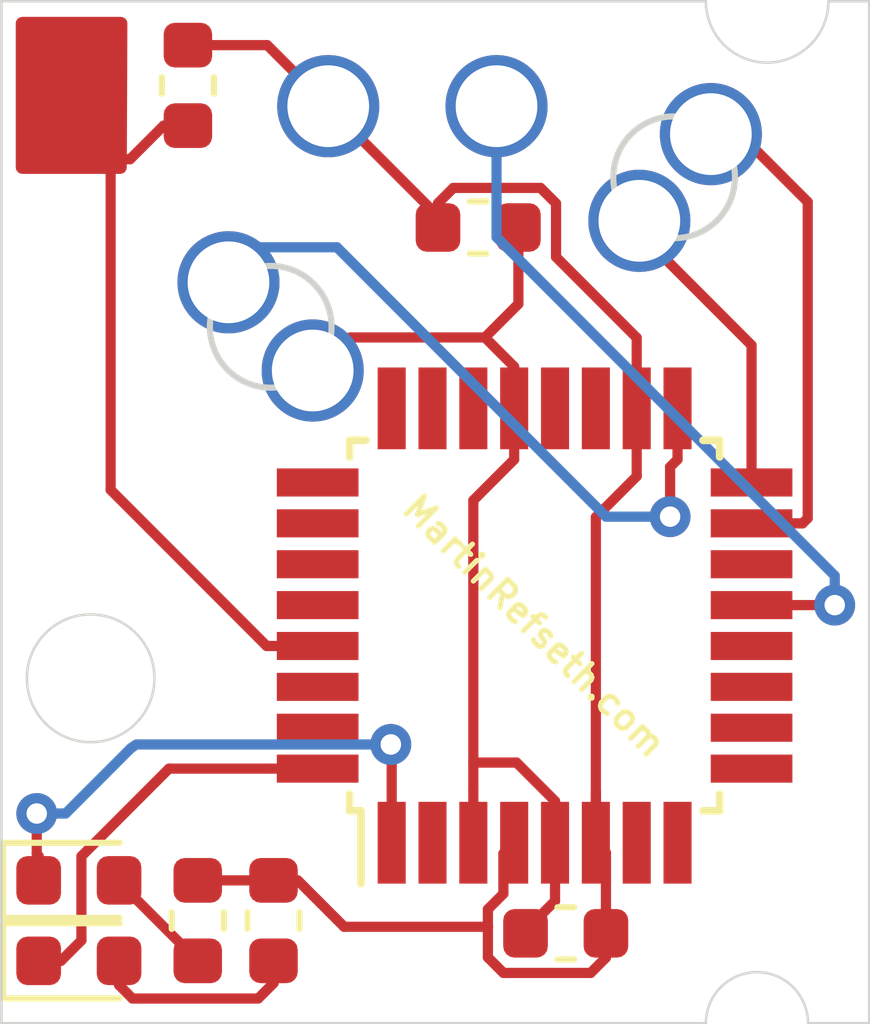
<source format=kicad_pcb>
(kicad_pcb (version 20171130) (host pcbnew "(5.1.5)-3")

  (general
    (thickness 0.24)
    (drawings 13)
    (tracks 105)
    (zones 0)
    (modules 14)
    (nets 31)
  )

  (page A4)
  (layers
    (0 F.Cu signal)
    (31 B.Cu signal)
    (32 B.Adhes user)
    (33 F.Adhes user)
    (34 B.Paste user)
    (35 F.Paste user)
    (36 B.SilkS user)
    (37 F.SilkS user)
    (38 B.Mask user)
    (39 F.Mask user)
    (40 Dwgs.User user)
    (41 Cmts.User user)
    (42 Eco1.User user)
    (43 Eco2.User user)
    (44 Edge.Cuts user)
    (45 Margin user)
    (46 B.CrtYd user)
    (47 F.CrtYd user)
    (48 B.Fab user)
    (49 F.Fab user hide)
  )

  (setup
    (last_trace_width 0.2)
    (trace_clearance 0.2)
    (zone_clearance 0.254)
    (zone_45_only no)
    (trace_min 0.2)
    (via_size 0.8)
    (via_drill 0.4)
    (via_min_size 0.4)
    (via_min_drill 0.3)
    (uvia_size 0.3)
    (uvia_drill 0.1)
    (uvias_allowed no)
    (uvia_min_size 0.2)
    (uvia_min_drill 0.1)
    (edge_width 0.05)
    (segment_width 0.2)
    (pcb_text_width 0.3)
    (pcb_text_size 1.5 1.5)
    (mod_edge_width 0.12)
    (mod_text_size 1 1)
    (mod_text_width 0.15)
    (pad_size 2.383582 2.383582)
    (pad_drill 2.383582)
    (pad_to_mask_clearance 0.051)
    (solder_mask_min_width 0.25)
    (aux_axis_origin 0 0)
    (visible_elements 7FFFFFFF)
    (pcbplotparams
      (layerselection 0x010fc_ffffffff)
      (usegerberextensions false)
      (usegerberattributes false)
      (usegerberadvancedattributes false)
      (creategerberjobfile false)
      (excludeedgelayer true)
      (linewidth 0.100000)
      (plotframeref false)
      (viasonmask false)
      (mode 1)
      (useauxorigin false)
      (hpglpennumber 1)
      (hpglpenspeed 20)
      (hpglpendiameter 15.000000)
      (psnegative false)
      (psa4output false)
      (plotreference true)
      (plotvalue true)
      (plotinvisibletext false)
      (padsonsilk false)
      (subtractmaskfromsilk false)
      (outputformat 1)
      (mirror false)
      (drillshape 0)
      (scaleselection 1)
      (outputdirectory "gerbers/"))
  )

  (net 0 "")
  (net 1 GND)
  (net 2 VCC)
  (net 3 "Net-(D1-Pad2)")
  (net 4 "Net-(D1-Pad1)")
  (net 5 "Net-(D2-Pad2)")
  (net 6 "Net-(D2-Pad1)")
  (net 7 PB1)
  (net 8 SCK)
  (net 9 MOSI)
  (net 10 MISO)
  (net 11 RESET)
  (net 12 "Net-(U1-Pad31)")
  (net 13 "Net-(U1-Pad30)")
  (net 14 "Net-(U1-Pad28)")
  (net 15 "Net-(U1-Pad27)")
  (net 16 "Net-(U1-Pad26)")
  (net 17 "Net-(U1-Pad25)")
  (net 18 "Net-(U1-Pad24)")
  (net 19 "Net-(U1-Pad23)")
  (net 20 "Net-(U1-Pad22)")
  (net 21 "Net-(U1-Pad20)")
  (net 22 "Net-(U1-Pad19)")
  (net 23 "Net-(U1-Pad14)")
  (net 24 "Net-(U1-Pad12)")
  (net 25 "Net-(U1-Pad11)")
  (net 26 "Net-(U1-Pad10)")
  (net 27 "Net-(U1-Pad9)")
  (net 28 "Net-(U1-Pad8)")
  (net 29 "Net-(U1-Pad7)")
  (net 30 "Net-(U1-Pad2)")

  (net_class Default "This is the default net class."
    (clearance 0.2)
    (trace_width 0.2)
    (via_dia 0.8)
    (via_drill 0.4)
    (uvia_dia 0.3)
    (uvia_drill 0.1)
    (add_net GND)
    (add_net MISO)
    (add_net MOSI)
    (add_net "Net-(D1-Pad1)")
    (add_net "Net-(D1-Pad2)")
    (add_net "Net-(D2-Pad1)")
    (add_net "Net-(D2-Pad2)")
    (add_net "Net-(U1-Pad10)")
    (add_net "Net-(U1-Pad11)")
    (add_net "Net-(U1-Pad12)")
    (add_net "Net-(U1-Pad14)")
    (add_net "Net-(U1-Pad19)")
    (add_net "Net-(U1-Pad2)")
    (add_net "Net-(U1-Pad20)")
    (add_net "Net-(U1-Pad22)")
    (add_net "Net-(U1-Pad23)")
    (add_net "Net-(U1-Pad24)")
    (add_net "Net-(U1-Pad25)")
    (add_net "Net-(U1-Pad26)")
    (add_net "Net-(U1-Pad27)")
    (add_net "Net-(U1-Pad28)")
    (add_net "Net-(U1-Pad30)")
    (add_net "Net-(U1-Pad31)")
    (add_net "Net-(U1-Pad7)")
    (add_net "Net-(U1-Pad8)")
    (add_net "Net-(U1-Pad9)")
    (add_net PB1)
    (add_net RESET)
    (add_net SCK)
    (add_net VCC)
  )

  (module Custom:TestPoint_Plated_Hole_D1.6mm (layer F.Cu) (tedit 5EF7DF26) (tstamp 5EF82EDA)
    (at 144.954 67.406 180)
    (descr "Plated Hole as test Point, diameter 2.0mm")
    (tags "test point plated hole")
    (path /5EF8A67D)
    (attr virtual)
    (fp_text reference GC6 (at 0 -2.498) (layer F.SilkS) hide
      (effects (font (size 1 1) (thickness 0.15)))
    )
    (fp_text value GND (at 0 2.45) (layer F.Fab)
      (effects (font (size 1 1) (thickness 0.15)))
    )
    (fp_text user %R (at 0 -2.5) (layer F.Fab)
      (effects (font (size 1 1) (thickness 0.15)))
    )
    (pad 1 thru_hole circle (at 0 0 180) (size 2 2) (drill 1.6) (layers *.Cu *.Mask)
      (net 1 GND))
  )

  (module Custom:TestPoint_Plated_Hole_D1.6mm (layer F.Cu) (tedit 5EF7DF26) (tstamp 5EF82EE2)
    (at 143.304 65.68 180)
    (descr "Plated Hole as test Point, diameter 2.0mm")
    (tags "test point plated hole")
    (path /5EF8A671)
    (attr virtual)
    (fp_text reference GC7 (at 0 -2.498) (layer F.SilkS) hide
      (effects (font (size 1 1) (thickness 0.15)))
    )
    (fp_text value SCK (at 0 2.45) (layer F.Fab)
      (effects (font (size 1 1) (thickness 0.15)))
    )
    (fp_text user %R (at 0 -2.5) (layer F.Fab)
      (effects (font (size 1 1) (thickness 0.15)))
    )
    (pad 1 thru_hole circle (at 0 0 180) (size 2 2) (drill 1.6) (layers *.Cu *.Mask)
      (net 8 SCK))
  )

  (module Custom:TestPoint_Plated_Hole_D1.6mm (layer F.Cu) (tedit 5EF7DF26) (tstamp 5EF82EB2)
    (at 145.258 62.2333 180)
    (descr "Plated Hole as test Point, diameter 2.0mm")
    (tags "test point plated hole")
    (path /5EF83549)
    (attr virtual)
    (fp_text reference GC1 (at 0 -2.498) (layer F.SilkS) hide
      (effects (font (size 1 1) (thickness 0.15)))
    )
    (fp_text value VCC (at 0 2.45) (layer F.Fab)
      (effects (font (size 1 1) (thickness 0.15)))
    )
    (fp_text user %R (at 0 -2.5) (layer F.Fab)
      (effects (font (size 1 1) (thickness 0.15)))
    )
    (pad 1 thru_hole circle (at 0 0 180) (size 2 2) (drill 1.6) (layers *.Cu *.Mask)
      (net 2 VCC))
  )

  (module Custom:TestPoint_Plated_Hole_D1.6mm (layer F.Cu) (tedit 5EF7DF26) (tstamp 5EF82ED2)
    (at 148.555 62.2333 180)
    (descr "Plated Hole as test Point, diameter 2.0mm")
    (tags "test point plated hole")
    (path /5EF866CB)
    (attr virtual)
    (fp_text reference GC5 (at 0 -2.498) (layer F.SilkS) hide
      (effects (font (size 1 1) (thickness 0.15)))
    )
    (fp_text value PB1 (at 0 2.45) (layer F.Fab)
      (effects (font (size 1 1) (thickness 0.15)))
    )
    (fp_text user %R (at 0 -2.5) (layer F.Fab)
      (effects (font (size 1 1) (thickness 0.15)))
    )
    (pad 1 thru_hole circle (at 0 0 180) (size 2 2) (drill 1.6) (layers *.Cu *.Mask)
      (net 7 PB1))
  )

  (module Custom:TestPoint_Plated_Hole_D1.6mm (layer F.Cu) (tedit 5EF7DF26) (tstamp 5EF82EF2)
    (at 151.353 64.4762 180)
    (descr "Plated Hole as test Point, diameter 2.0mm")
    (tags "test point plated hole")
    (path /5EF8A665)
    (attr virtual)
    (fp_text reference GC9 (at 0 -2.498) (layer F.SilkS) hide
      (effects (font (size 1 1) (thickness 0.15)))
    )
    (fp_text value MISO (at 0 2.45) (layer F.Fab)
      (effects (font (size 1 1) (thickness 0.15)))
    )
    (fp_text user %R (at 0 -2.5) (layer F.Fab)
      (effects (font (size 1 1) (thickness 0.15)))
    )
    (pad 1 thru_hole circle (at 0 0 180) (size 2 2) (drill 1.6) (layers *.Cu *.Mask)
      (net 10 MISO))
  )

  (module Custom:TestPoint_Plated_Hole_D1.6mm (layer F.Cu) (tedit 5EF7DF26) (tstamp 5EF82EEA)
    (at 152.754 62.7799 180)
    (descr "Plated Hole as test Point, diameter 2.0mm")
    (tags "test point plated hole")
    (path /5EF8A677)
    (attr virtual)
    (fp_text reference GC8 (at 0 -2.498 180) (layer F.SilkS) hide
      (effects (font (size 1 1) (thickness 0.15)))
    )
    (fp_text value MOSI (at 0 2.45 180) (layer F.Fab)
      (effects (font (size 1 1) (thickness 0.15)))
    )
    (fp_text user %R (at 0 -2.5 180) (layer F.Fab)
      (effects (font (size 1 1) (thickness 0.15)))
    )
    (pad 1 thru_hole circle (at 0 0 180) (size 2 2) (drill 1.6) (layers *.Cu *.Mask)
      (net 9 MOSI))
  )

  (module Package_QFP:TQFP-32_7x7mm_P0.8mm (layer F.Cu) (tedit 5A02F146) (tstamp 5EF82F95)
    (at 149.301 72.397 90)
    (descr "32-Lead Plastic Thin Quad Flatpack (PT) - 7x7x1.0 mm Body, 2.00 mm [TQFP] (see Microchip Packaging Specification 00000049BS.pdf)")
    (tags "QFP 0.8")
    (path /5EF92DA5)
    (attr smd)
    (fp_text reference U1 (at 0 0 180) (layer F.SilkS) hide
      (effects (font (size 1 1) (thickness 0.15)))
    )
    (fp_text value ATmega8A-AU (at 0 6.05 90) (layer F.Fab)
      (effects (font (size 1 1) (thickness 0.15)))
    )
    (fp_line (start -3.625 -3.4) (end -5.05 -3.4) (layer F.SilkS) (width 0.15))
    (fp_line (start 3.625 -3.625) (end 3.3 -3.625) (layer F.SilkS) (width 0.15))
    (fp_line (start 3.625 3.625) (end 3.3 3.625) (layer F.SilkS) (width 0.15))
    (fp_line (start -3.625 3.625) (end -3.3 3.625) (layer F.SilkS) (width 0.15))
    (fp_line (start -3.625 -3.625) (end -3.3 -3.625) (layer F.SilkS) (width 0.15))
    (fp_line (start -3.625 3.625) (end -3.625 3.3) (layer F.SilkS) (width 0.15))
    (fp_line (start 3.625 3.625) (end 3.625 3.3) (layer F.SilkS) (width 0.15))
    (fp_line (start 3.625 -3.625) (end 3.625 -3.3) (layer F.SilkS) (width 0.15))
    (fp_line (start -3.625 -3.625) (end -3.625 -3.4) (layer F.SilkS) (width 0.15))
    (fp_line (start -5.3 5.3) (end 5.3 5.3) (layer F.CrtYd) (width 0.05))
    (fp_line (start -5.3 -5.3) (end 5.3 -5.3) (layer F.CrtYd) (width 0.05))
    (fp_line (start 5.3 -5.3) (end 5.3 5.3) (layer F.CrtYd) (width 0.05))
    (fp_line (start -5.3 -5.3) (end -5.3 5.3) (layer F.CrtYd) (width 0.05))
    (fp_line (start -3.5 -2.5) (end -2.5 -3.5) (layer F.Fab) (width 0.15))
    (fp_line (start -3.5 3.5) (end -3.5 -2.5) (layer F.Fab) (width 0.15))
    (fp_line (start 3.5 3.5) (end -3.5 3.5) (layer F.Fab) (width 0.15))
    (fp_line (start 3.5 -3.5) (end 3.5 3.5) (layer F.Fab) (width 0.15))
    (fp_line (start -2.5 -3.5) (end 3.5 -3.5) (layer F.Fab) (width 0.15))
    (fp_text user %R (at 0 0 90) (layer F.Fab)
      (effects (font (size 1 1) (thickness 0.15)))
    )
    (pad 32 smd rect (at -2.8 -4.25 180) (size 1.6 0.55) (layers F.Cu F.Paste F.Mask)
      (net 4 "Net-(D1-Pad1)"))
    (pad 31 smd rect (at -2 -4.25 180) (size 1.6 0.55) (layers F.Cu F.Paste F.Mask)
      (net 12 "Net-(U1-Pad31)"))
    (pad 30 smd rect (at -1.2 -4.25 180) (size 1.6 0.55) (layers F.Cu F.Paste F.Mask)
      (net 13 "Net-(U1-Pad30)"))
    (pad 29 smd rect (at -0.4 -4.25 180) (size 1.6 0.55) (layers F.Cu F.Paste F.Mask)
      (net 11 RESET))
    (pad 28 smd rect (at 0.4 -4.25 180) (size 1.6 0.55) (layers F.Cu F.Paste F.Mask)
      (net 14 "Net-(U1-Pad28)"))
    (pad 27 smd rect (at 1.2 -4.25 180) (size 1.6 0.55) (layers F.Cu F.Paste F.Mask)
      (net 15 "Net-(U1-Pad27)"))
    (pad 26 smd rect (at 2 -4.25 180) (size 1.6 0.55) (layers F.Cu F.Paste F.Mask)
      (net 16 "Net-(U1-Pad26)"))
    (pad 25 smd rect (at 2.8 -4.25 180) (size 1.6 0.55) (layers F.Cu F.Paste F.Mask)
      (net 17 "Net-(U1-Pad25)"))
    (pad 24 smd rect (at 4.25 -2.8 90) (size 1.6 0.55) (layers F.Cu F.Paste F.Mask)
      (net 18 "Net-(U1-Pad24)"))
    (pad 23 smd rect (at 4.25 -2 90) (size 1.6 0.55) (layers F.Cu F.Paste F.Mask)
      (net 19 "Net-(U1-Pad23)"))
    (pad 22 smd rect (at 4.25 -1.2 90) (size 1.6 0.55) (layers F.Cu F.Paste F.Mask)
      (net 20 "Net-(U1-Pad22)"))
    (pad 21 smd rect (at 4.25 -0.4 90) (size 1.6 0.55) (layers F.Cu F.Paste F.Mask)
      (net 1 GND))
    (pad 20 smd rect (at 4.25 0.4 90) (size 1.6 0.55) (layers F.Cu F.Paste F.Mask)
      (net 21 "Net-(U1-Pad20)"))
    (pad 19 smd rect (at 4.25 1.2 90) (size 1.6 0.55) (layers F.Cu F.Paste F.Mask)
      (net 22 "Net-(U1-Pad19)"))
    (pad 18 smd rect (at 4.25 2 90) (size 1.6 0.55) (layers F.Cu F.Paste F.Mask)
      (net 2 VCC))
    (pad 17 smd rect (at 4.25 2.8 90) (size 1.6 0.55) (layers F.Cu F.Paste F.Mask)
      (net 8 SCK))
    (pad 16 smd rect (at 2.8 4.25 180) (size 1.6 0.55) (layers F.Cu F.Paste F.Mask)
      (net 10 MISO))
    (pad 15 smd rect (at 2 4.25 180) (size 1.6 0.55) (layers F.Cu F.Paste F.Mask)
      (net 9 MOSI))
    (pad 14 smd rect (at 1.2 4.25 180) (size 1.6 0.55) (layers F.Cu F.Paste F.Mask)
      (net 23 "Net-(U1-Pad14)"))
    (pad 13 smd rect (at 0.4 4.25 180) (size 1.6 0.55) (layers F.Cu F.Paste F.Mask)
      (net 7 PB1))
    (pad 12 smd rect (at -0.4 4.25 180) (size 1.6 0.55) (layers F.Cu F.Paste F.Mask)
      (net 24 "Net-(U1-Pad12)"))
    (pad 11 smd rect (at -1.2 4.25 180) (size 1.6 0.55) (layers F.Cu F.Paste F.Mask)
      (net 25 "Net-(U1-Pad11)"))
    (pad 10 smd rect (at -2 4.25 180) (size 1.6 0.55) (layers F.Cu F.Paste F.Mask)
      (net 26 "Net-(U1-Pad10)"))
    (pad 9 smd rect (at -2.8 4.25 180) (size 1.6 0.55) (layers F.Cu F.Paste F.Mask)
      (net 27 "Net-(U1-Pad9)"))
    (pad 8 smd rect (at -4.25 2.8 90) (size 1.6 0.55) (layers F.Cu F.Paste F.Mask)
      (net 28 "Net-(U1-Pad8)"))
    (pad 7 smd rect (at -4.25 2 90) (size 1.6 0.55) (layers F.Cu F.Paste F.Mask)
      (net 29 "Net-(U1-Pad7)"))
    (pad 6 smd rect (at -4.25 1.2 90) (size 1.6 0.55) (layers F.Cu F.Paste F.Mask)
      (net 2 VCC))
    (pad 5 smd rect (at -4.25 0.4 90) (size 1.6 0.55) (layers F.Cu F.Paste F.Mask)
      (net 1 GND))
    (pad 4 smd rect (at -4.25 -0.4 90) (size 1.6 0.55) (layers F.Cu F.Paste F.Mask)
      (net 2 VCC))
    (pad 3 smd rect (at -4.25 -1.2 90) (size 1.6 0.55) (layers F.Cu F.Paste F.Mask)
      (net 1 GND))
    (pad 2 smd rect (at -4.25 -2 90) (size 1.6 0.55) (layers F.Cu F.Paste F.Mask)
      (net 30 "Net-(U1-Pad2)"))
    (pad 1 smd rect (at -4.25 -2.8 90) (size 1.6 0.55) (layers F.Cu F.Paste F.Mask)
      (net 6 "Net-(D2-Pad1)"))
    (model ${KISYS3DMOD}/Package_QFP.3dshapes/TQFP-32_7x7mm_P0.8mm.wrl
      (at (xyz 0 0 0))
      (scale (xyz 1 1 1))
      (rotate (xyz 0 0 0))
    )
  )

  (module Resistor_SMD:R_0603_1608Metric (layer F.Cu) (tedit 5B301BBD) (tstamp 5EF82F5E)
    (at 142.509 61.8261 270)
    (descr "Resistor SMD 0603 (1608 Metric), square (rectangular) end terminal, IPC_7351 nominal, (Body size source: http://www.tortai-tech.com/upload/download/2011102023233369053.pdf), generated with kicad-footprint-generator")
    (tags resistor)
    (path /5EF95022)
    (attr smd)
    (fp_text reference R3 (at -0.00254 1.05664 90) (layer F.SilkS) hide
      (effects (font (size 1 1) (thickness 0.15)))
    )
    (fp_text value 1K (at 0 1.43 90) (layer F.Fab)
      (effects (font (size 1 1) (thickness 0.15)))
    )
    (fp_text user %R (at 0 0 90) (layer F.Fab)
      (effects (font (size 0.4 0.4) (thickness 0.06)))
    )
    (fp_line (start 1.48 0.73) (end -1.48 0.73) (layer F.CrtYd) (width 0.05))
    (fp_line (start 1.48 -0.73) (end 1.48 0.73) (layer F.CrtYd) (width 0.05))
    (fp_line (start -1.48 -0.73) (end 1.48 -0.73) (layer F.CrtYd) (width 0.05))
    (fp_line (start -1.48 0.73) (end -1.48 -0.73) (layer F.CrtYd) (width 0.05))
    (fp_line (start -0.162779 0.51) (end 0.162779 0.51) (layer F.SilkS) (width 0.12))
    (fp_line (start -0.162779 -0.51) (end 0.162779 -0.51) (layer F.SilkS) (width 0.12))
    (fp_line (start 0.8 0.4) (end -0.8 0.4) (layer F.Fab) (width 0.1))
    (fp_line (start 0.8 -0.4) (end 0.8 0.4) (layer F.Fab) (width 0.1))
    (fp_line (start -0.8 -0.4) (end 0.8 -0.4) (layer F.Fab) (width 0.1))
    (fp_line (start -0.8 0.4) (end -0.8 -0.4) (layer F.Fab) (width 0.1))
    (pad 2 smd roundrect (at 0.7875 0 270) (size 0.875 0.95) (layers F.Cu F.Paste F.Mask) (roundrect_rratio 0.25)
      (net 11 RESET))
    (pad 1 smd roundrect (at -0.7875 0 270) (size 0.875 0.95) (layers F.Cu F.Paste F.Mask) (roundrect_rratio 0.25)
      (net 2 VCC))
    (model ${KISYS3DMOD}/Resistor_SMD.3dshapes/R_0603_1608Metric.wrl
      (at (xyz 0 0 0))
      (scale (xyz 1 1 1))
      (rotate (xyz 0 0 0))
    )
  )

  (module Resistor_SMD:R_0603_1608Metric (layer F.Cu) (tedit 5B301BBD) (tstamp 5EF82F4D)
    (at 142.702 78.171 270)
    (descr "Resistor SMD 0603 (1608 Metric), square (rectangular) end terminal, IPC_7351 nominal, (Body size source: http://www.tortai-tech.com/upload/download/2011102023233369053.pdf), generated with kicad-footprint-generator")
    (tags resistor)
    (path /5EF9DB60)
    (attr smd)
    (fp_text reference R2 (at -2.41046 0 90) (layer F.SilkS) hide
      (effects (font (size 1 1) (thickness 0.15)))
    )
    (fp_text value 330 (at 0 1.43 90) (layer F.Fab)
      (effects (font (size 1 1) (thickness 0.15)))
    )
    (fp_text user %R (at 0 0 90) (layer F.Fab)
      (effects (font (size 0.4 0.4) (thickness 0.06)))
    )
    (fp_line (start 1.48 0.73) (end -1.48 0.73) (layer F.CrtYd) (width 0.05))
    (fp_line (start 1.48 -0.73) (end 1.48 0.73) (layer F.CrtYd) (width 0.05))
    (fp_line (start -1.48 -0.73) (end 1.48 -0.73) (layer F.CrtYd) (width 0.05))
    (fp_line (start -1.48 0.73) (end -1.48 -0.73) (layer F.CrtYd) (width 0.05))
    (fp_line (start -0.162779 0.51) (end 0.162779 0.51) (layer F.SilkS) (width 0.12))
    (fp_line (start -0.162779 -0.51) (end 0.162779 -0.51) (layer F.SilkS) (width 0.12))
    (fp_line (start 0.8 0.4) (end -0.8 0.4) (layer F.Fab) (width 0.1))
    (fp_line (start 0.8 -0.4) (end 0.8 0.4) (layer F.Fab) (width 0.1))
    (fp_line (start -0.8 -0.4) (end 0.8 -0.4) (layer F.Fab) (width 0.1))
    (fp_line (start -0.8 0.4) (end -0.8 -0.4) (layer F.Fab) (width 0.1))
    (pad 2 smd roundrect (at 0.7875 0 270) (size 0.875 0.95) (layers F.Cu F.Paste F.Mask) (roundrect_rratio 0.25)
      (net 5 "Net-(D2-Pad2)"))
    (pad 1 smd roundrect (at -0.7875 0 270) (size 0.875 0.95) (layers F.Cu F.Paste F.Mask) (roundrect_rratio 0.25)
      (net 2 VCC))
    (model ${KISYS3DMOD}/Resistor_SMD.3dshapes/R_0603_1608Metric.wrl
      (at (xyz 0 0 0))
      (scale (xyz 1 1 1))
      (rotate (xyz 0 0 0))
    )
  )

  (module Resistor_SMD:R_0603_1608Metric (layer F.Cu) (tedit 5B301BBD) (tstamp 5EF82F3C)
    (at 144.186 78.171 270)
    (descr "Resistor SMD 0603 (1608 Metric), square (rectangular) end terminal, IPC_7351 nominal, (Body size source: http://www.tortai-tech.com/upload/download/2011102023233369053.pdf), generated with kicad-footprint-generator")
    (tags resistor)
    (path /5EF9D0E7)
    (attr smd)
    (fp_text reference R1 (at -2.39522 0.0762 90) (layer F.SilkS) hide
      (effects (font (size 1 1) (thickness 0.15)))
    )
    (fp_text value 330 (at 0 1.43 90) (layer F.Fab)
      (effects (font (size 1 1) (thickness 0.15)))
    )
    (fp_text user %R (at 0 0 90) (layer F.Fab)
      (effects (font (size 0.4 0.4) (thickness 0.06)))
    )
    (fp_line (start 1.48 0.73) (end -1.48 0.73) (layer F.CrtYd) (width 0.05))
    (fp_line (start 1.48 -0.73) (end 1.48 0.73) (layer F.CrtYd) (width 0.05))
    (fp_line (start -1.48 -0.73) (end 1.48 -0.73) (layer F.CrtYd) (width 0.05))
    (fp_line (start -1.48 0.73) (end -1.48 -0.73) (layer F.CrtYd) (width 0.05))
    (fp_line (start -0.162779 0.51) (end 0.162779 0.51) (layer F.SilkS) (width 0.12))
    (fp_line (start -0.162779 -0.51) (end 0.162779 -0.51) (layer F.SilkS) (width 0.12))
    (fp_line (start 0.8 0.4) (end -0.8 0.4) (layer F.Fab) (width 0.1))
    (fp_line (start 0.8 -0.4) (end 0.8 0.4) (layer F.Fab) (width 0.1))
    (fp_line (start -0.8 -0.4) (end 0.8 -0.4) (layer F.Fab) (width 0.1))
    (fp_line (start -0.8 0.4) (end -0.8 -0.4) (layer F.Fab) (width 0.1))
    (pad 2 smd roundrect (at 0.7875 0 270) (size 0.875 0.95) (layers F.Cu F.Paste F.Mask) (roundrect_rratio 0.25)
      (net 3 "Net-(D1-Pad2)"))
    (pad 1 smd roundrect (at -0.7875 0 270) (size 0.875 0.95) (layers F.Cu F.Paste F.Mask) (roundrect_rratio 0.25)
      (net 2 VCC))
    (model ${KISYS3DMOD}/Resistor_SMD.3dshapes/R_0603_1608Metric.wrl
      (at (xyz 0 0 0))
      (scale (xyz 1 1 1))
      (rotate (xyz 0 0 0))
    )
  )

  (module LED_SMD:LED_0603_1608Metric (layer F.Cu) (tedit 5B301BBE) (tstamp 5EF82EAA)
    (at 140.373 77.3835)
    (descr "LED SMD 0603 (1608 Metric), square (rectangular) end terminal, IPC_7351 nominal, (Body size source: http://www.tortai-tech.com/upload/download/2011102023233369053.pdf), generated with kicad-footprint-generator")
    (tags diode)
    (path /5EF9E51F)
    (attr smd)
    (fp_text reference D2 (at 0 -1.43) (layer F.SilkS) hide
      (effects (font (size 1 1) (thickness 0.15)))
    )
    (fp_text value RED (at 0 1.43) (layer F.Fab)
      (effects (font (size 1 1) (thickness 0.15)))
    )
    (fp_text user %R (at 0 0) (layer F.Fab)
      (effects (font (size 0.4 0.4) (thickness 0.06)))
    )
    (fp_line (start 1.48 0.73) (end -1.48 0.73) (layer F.CrtYd) (width 0.05))
    (fp_line (start 1.48 -0.73) (end 1.48 0.73) (layer F.CrtYd) (width 0.05))
    (fp_line (start -1.48 -0.73) (end 1.48 -0.73) (layer F.CrtYd) (width 0.05))
    (fp_line (start -1.48 0.73) (end -1.48 -0.73) (layer F.CrtYd) (width 0.05))
    (fp_line (start -1.485 0.735) (end 0.8 0.735) (layer F.SilkS) (width 0.12))
    (fp_line (start -1.485 -0.735) (end -1.485 0.735) (layer F.SilkS) (width 0.12))
    (fp_line (start 0.8 -0.735) (end -1.485 -0.735) (layer F.SilkS) (width 0.12))
    (fp_line (start 0.8 0.4) (end 0.8 -0.4) (layer F.Fab) (width 0.1))
    (fp_line (start -0.8 0.4) (end 0.8 0.4) (layer F.Fab) (width 0.1))
    (fp_line (start -0.8 -0.1) (end -0.8 0.4) (layer F.Fab) (width 0.1))
    (fp_line (start -0.5 -0.4) (end -0.8 -0.1) (layer F.Fab) (width 0.1))
    (fp_line (start 0.8 -0.4) (end -0.5 -0.4) (layer F.Fab) (width 0.1))
    (pad 2 smd roundrect (at 0.7875 0) (size 0.875 0.95) (layers F.Cu F.Paste F.Mask) (roundrect_rratio 0.25)
      (net 5 "Net-(D2-Pad2)"))
    (pad 1 smd roundrect (at -0.7875 0) (size 0.875 0.95) (layers F.Cu F.Paste F.Mask) (roundrect_rratio 0.25)
      (net 6 "Net-(D2-Pad1)"))
    (model ${KISYS3DMOD}/LED_SMD.3dshapes/LED_0603_1608Metric.wrl
      (at (xyz 0 0 0))
      (scale (xyz 1 1 1))
      (rotate (xyz 0 0 0))
    )
  )

  (module LED_SMD:LED_0603_1608Metric (layer F.Cu) (tedit 5B301BBE) (tstamp 5EF82E97)
    (at 140.373 78.9585)
    (descr "LED SMD 0603 (1608 Metric), square (rectangular) end terminal, IPC_7351 nominal, (Body size source: http://www.tortai-tech.com/upload/download/2011102023233369053.pdf), generated with kicad-footprint-generator")
    (tags diode)
    (path /5EF9DD8F)
    (attr smd)
    (fp_text reference D1 (at 0 -1.43) (layer F.SilkS) hide
      (effects (font (size 1 1) (thickness 0.15)))
    )
    (fp_text value GRN (at 0 1.43) (layer F.Fab)
      (effects (font (size 1 1) (thickness 0.15)))
    )
    (fp_text user %R (at 0 0) (layer F.Fab)
      (effects (font (size 0.4 0.4) (thickness 0.06)))
    )
    (fp_line (start 1.48 0.73) (end -1.48 0.73) (layer F.CrtYd) (width 0.05))
    (fp_line (start 1.48 -0.73) (end 1.48 0.73) (layer F.CrtYd) (width 0.05))
    (fp_line (start -1.48 -0.73) (end 1.48 -0.73) (layer F.CrtYd) (width 0.05))
    (fp_line (start -1.48 0.73) (end -1.48 -0.73) (layer F.CrtYd) (width 0.05))
    (fp_line (start -1.485 0.735) (end 0.8 0.735) (layer F.SilkS) (width 0.12))
    (fp_line (start -1.485 -0.735) (end -1.485 0.735) (layer F.SilkS) (width 0.12))
    (fp_line (start 0.8 -0.735) (end -1.485 -0.735) (layer F.SilkS) (width 0.12))
    (fp_line (start 0.8 0.4) (end 0.8 -0.4) (layer F.Fab) (width 0.1))
    (fp_line (start -0.8 0.4) (end 0.8 0.4) (layer F.Fab) (width 0.1))
    (fp_line (start -0.8 -0.1) (end -0.8 0.4) (layer F.Fab) (width 0.1))
    (fp_line (start -0.5 -0.4) (end -0.8 -0.1) (layer F.Fab) (width 0.1))
    (fp_line (start 0.8 -0.4) (end -0.5 -0.4) (layer F.Fab) (width 0.1))
    (pad 2 smd roundrect (at 0.7875 0) (size 0.875 0.95) (layers F.Cu F.Paste F.Mask) (roundrect_rratio 0.25)
      (net 3 "Net-(D1-Pad2)"))
    (pad 1 smd roundrect (at -0.7875 0) (size 0.875 0.95) (layers F.Cu F.Paste F.Mask) (roundrect_rratio 0.25)
      (net 4 "Net-(D1-Pad1)"))
    (model ${KISYS3DMOD}/LED_SMD.3dshapes/LED_0603_1608Metric.wrl
      (at (xyz 0 0 0))
      (scale (xyz 1 1 1))
      (rotate (xyz 0 0 0))
    )
  )

  (module Capacitor_SMD:C_0603_1608Metric (layer F.Cu) (tedit 5B301BBE) (tstamp 5EF82E84)
    (at 148.196 64.6074 180)
    (descr "Capacitor SMD 0603 (1608 Metric), square (rectangular) end terminal, IPC_7351 nominal, (Body size source: http://www.tortai-tech.com/upload/download/2011102023233369053.pdf), generated with kicad-footprint-generator")
    (tags capacitor)
    (path /5EF98198)
    (attr smd)
    (fp_text reference C2 (at -0.05334 1.2827) (layer F.SilkS) hide
      (effects (font (size 1 1) (thickness 0.15)))
    )
    (fp_text value 100nF (at 0 1.43) (layer F.Fab)
      (effects (font (size 1 1) (thickness 0.15)))
    )
    (fp_text user %R (at 0 0) (layer F.Fab)
      (effects (font (size 0.4 0.4) (thickness 0.06)))
    )
    (fp_line (start 1.48 0.73) (end -1.48 0.73) (layer F.CrtYd) (width 0.05))
    (fp_line (start 1.48 -0.73) (end 1.48 0.73) (layer F.CrtYd) (width 0.05))
    (fp_line (start -1.48 -0.73) (end 1.48 -0.73) (layer F.CrtYd) (width 0.05))
    (fp_line (start -1.48 0.73) (end -1.48 -0.73) (layer F.CrtYd) (width 0.05))
    (fp_line (start -0.162779 0.51) (end 0.162779 0.51) (layer F.SilkS) (width 0.12))
    (fp_line (start -0.162779 -0.51) (end 0.162779 -0.51) (layer F.SilkS) (width 0.12))
    (fp_line (start 0.8 0.4) (end -0.8 0.4) (layer F.Fab) (width 0.1))
    (fp_line (start 0.8 -0.4) (end 0.8 0.4) (layer F.Fab) (width 0.1))
    (fp_line (start -0.8 -0.4) (end 0.8 -0.4) (layer F.Fab) (width 0.1))
    (fp_line (start -0.8 0.4) (end -0.8 -0.4) (layer F.Fab) (width 0.1))
    (pad 2 smd roundrect (at 0.7875 0 180) (size 0.875 0.95) (layers F.Cu F.Paste F.Mask) (roundrect_rratio 0.25)
      (net 2 VCC))
    (pad 1 smd roundrect (at -0.7875 0 180) (size 0.875 0.95) (layers F.Cu F.Paste F.Mask) (roundrect_rratio 0.25)
      (net 1 GND))
    (model ${KISYS3DMOD}/Capacitor_SMD.3dshapes/C_0603_1608Metric.wrl
      (at (xyz 0 0 0))
      (scale (xyz 1 1 1))
      (rotate (xyz 0 0 0))
    )
  )

  (module Capacitor_SMD:C_0603_1608Metric (layer F.Cu) (tedit 5B301BBE) (tstamp 5EF82E73)
    (at 149.911 78.42 180)
    (descr "Capacitor SMD 0603 (1608 Metric), square (rectangular) end terminal, IPC_7351 nominal, (Body size source: http://www.tortai-tech.com/upload/download/2011102023233369053.pdf), generated with kicad-footprint-generator")
    (tags capacitor)
    (path /5EFA950C)
    (attr smd)
    (fp_text reference C1 (at -2.48412 -0.03048) (layer F.SilkS) hide
      (effects (font (size 1 1) (thickness 0.15)))
    )
    (fp_text value 100nF (at 0 1.43) (layer F.Fab)
      (effects (font (size 1 1) (thickness 0.15)))
    )
    (fp_text user %R (at 0 0) (layer F.Fab)
      (effects (font (size 0.4 0.4) (thickness 0.06)))
    )
    (fp_line (start 1.48 0.73) (end -1.48 0.73) (layer F.CrtYd) (width 0.05))
    (fp_line (start 1.48 -0.73) (end 1.48 0.73) (layer F.CrtYd) (width 0.05))
    (fp_line (start -1.48 -0.73) (end 1.48 -0.73) (layer F.CrtYd) (width 0.05))
    (fp_line (start -1.48 0.73) (end -1.48 -0.73) (layer F.CrtYd) (width 0.05))
    (fp_line (start -0.162779 0.51) (end 0.162779 0.51) (layer F.SilkS) (width 0.12))
    (fp_line (start -0.162779 -0.51) (end 0.162779 -0.51) (layer F.SilkS) (width 0.12))
    (fp_line (start 0.8 0.4) (end -0.8 0.4) (layer F.Fab) (width 0.1))
    (fp_line (start 0.8 -0.4) (end 0.8 0.4) (layer F.Fab) (width 0.1))
    (fp_line (start -0.8 -0.4) (end 0.8 -0.4) (layer F.Fab) (width 0.1))
    (fp_line (start -0.8 0.4) (end -0.8 -0.4) (layer F.Fab) (width 0.1))
    (pad 2 smd roundrect (at 0.7875 0 180) (size 0.875 0.95) (layers F.Cu F.Paste F.Mask) (roundrect_rratio 0.25)
      (net 1 GND))
    (pad 1 smd roundrect (at -0.7875 0 180) (size 0.875 0.95) (layers F.Cu F.Paste F.Mask) (roundrect_rratio 0.25)
      (net 2 VCC))
    (model ${KISYS3DMOD}/Capacitor_SMD.3dshapes/C_0603_1608Metric.wrl
      (at (xyz 0 0 0))
      (scale (xyz 1 1 1))
      (rotate (xyz 0 0 0))
    )
  )

  (gr_text MartinRefseth.com (at 149.296 72.402 315) (layer F.SilkS) (tstamp 5EFB86A0)
    (effects (font (size 0.5 0.5) (thickness 0.1)))
  )
  (gr_circle (center 140.60428 73.42916) (end 140.60428 74.67916) (layer Edge.Cuts) (width 0.05))
  (gr_circle (center 144.131769 66.55054) (end 144.131769 65.358749) (layer Edge.Cuts) (width 0.12) (tstamp 5EF7E5DE))
  (gr_circle (center 152.03424 63.62446) (end 152.03424 62.432669) (layer Edge.Cuts) (width 0.12))
  (gr_line (start 138.857 60.18022) (end 138.857 80.18018) (layer Edge.Cuts) (width 0.05) (tstamp 5EF84B5D))
  (gr_line (start 152.65694 80.18018) (end 138.857 80.18018) (layer Edge.Cuts) (width 0.05))
  (gr_line (start 154.65694 80.18018) (end 155.85694 80.18018) (layer Edge.Cuts) (width 0.05))
  (gr_line (start 155.85694 60.18022) (end 155.85694 80.18018) (layer Edge.Cuts) (width 0.05) (tstamp 5EF8373F))
  (gr_line (start 155.85694 60.18022) (end 155.05684 60.18022) (layer Edge.Cuts) (width 0.05))
  (gr_line (start 152.65684 60.18022) (end 138.857 60.18022) (layer Edge.Cuts) (width 0.05) (tstamp 5EF83A86))
  (gr_arc (start 153.65694 80.18018) (end 154.65694 80.18018) (angle -180) (layer Edge.Cuts) (width 0.05))
  (gr_arc (start 153.85684 60.18022) (end 152.65684 60.18022) (angle -180) (layer Edge.Cuts) (width 0.05))
  (gr_text HDR (at 140.0969 61.99482 270) (layer F.Mask)
    (effects (font (size 1 1) (thickness 0.2)))
  )

  (segment (start 148.901 67.331998) (end 148.327822 66.75882) (width 0.2) (layer F.Cu) (net 1))
  (segment (start 148.901 68.147) (end 148.901 67.331998) (width 0.2) (layer F.Cu) (net 1))
  (segment (start 145.677772 66.774523) (end 145.656691 66.853198) (width 0.2) (layer F.Cu) (net 1))
  (segment (start 148.327822 66.75882) (end 145.693475 66.75882) (width 0.2) (layer F.Cu) (net 1))
  (segment (start 145.693475 66.75882) (end 145.677772 66.774523) (width 0.2) (layer F.Cu) (net 1))
  (segment (start 148.901 69.147) (end 148.101 69.947) (width 0.2) (layer F.Cu) (net 1))
  (segment (start 148.901 68.147) (end 148.901 69.147) (width 0.2) (layer F.Cu) (net 1))
  (segment (start 148.101 75.647) (end 148.101 76.647) (width 0.2) (layer F.Cu) (net 1))
  (segment (start 148.947542 75.07854) (end 149.701 75.831998) (width 0.2) (layer F.Cu) (net 1))
  (segment (start 148.101 75.07854) (end 148.947542 75.07854) (width 0.2) (layer F.Cu) (net 1))
  (segment (start 148.101 75.07854) (end 148.101 75.647) (width 0.2) (layer F.Cu) (net 1))
  (segment (start 149.701 75.831998) (end 149.701 76.647) (width 0.2) (layer F.Cu) (net 1))
  (segment (start 148.101 69.947) (end 148.101 75.07854) (width 0.2) (layer F.Cu) (net 1))
  (segment (start 148.9835 66.103142) (end 148.9835 64.6074) (width 0.2) (layer F.Cu) (net 1))
  (segment (start 148.327822 66.75882) (end 148.9835 66.103142) (width 0.2) (layer F.Cu) (net 1))
  (segment (start 149.1235 78.42) (end 149.1235 78.36398) (width 0.2) (layer F.Cu) (net 1))
  (segment (start 149.701 77.78648) (end 149.701 76.647) (width 0.2) (layer F.Cu) (net 1))
  (segment (start 149.1235 78.36398) (end 149.701 77.78648) (width 0.2) (layer F.Cu) (net 1))
  (segment (start 150.6985 78.895) (end 150.6985 78.42) (width 0.2) (layer F.Cu) (net 2))
  (segment (start 150.39849 79.19501) (end 150.6985 78.895) (width 0.2) (layer F.Cu) (net 2))
  (segment (start 148.38599 78.89113) (end 148.68987 79.19501) (width 0.2) (layer F.Cu) (net 2))
  (segment (start 148.68987 76.85813) (end 148.68987 77.64499) (width 0.2) (layer F.Cu) (net 2))
  (segment (start 148.68987 77.64499) (end 148.38599 77.94887) (width 0.2) (layer F.Cu) (net 2))
  (segment (start 148.901 76.647) (end 148.68987 76.85813) (width 0.2) (layer F.Cu) (net 2))
  (segment (start 150.6985 76.8445) (end 150.501 76.647) (width 0.2) (layer F.Cu) (net 2))
  (segment (start 150.6985 78.42) (end 150.6985 76.8445) (width 0.2) (layer F.Cu) (net 2))
  (segment (start 148.38599 78.29215) (end 148.38599 78.89113) (width 0.2) (layer F.Cu) (net 2))
  (segment (start 144.661 77.3835) (end 144.186 77.3835) (width 0.2) (layer F.Cu) (net 2))
  (segment (start 145.56965 78.29215) (end 144.661 77.3835) (width 0.2) (layer F.Cu) (net 2))
  (segment (start 148.38599 78.29215) (end 145.56965 78.29215) (width 0.2) (layer F.Cu) (net 2))
  (segment (start 148.38599 77.94887) (end 148.38599 78.29215) (width 0.2) (layer F.Cu) (net 2))
  (segment (start 142.702 77.3835) (end 144.186 77.3835) (width 0.2) (layer F.Cu) (net 2))
  (segment (start 150.501 76.647) (end 150.501 75.647) (width 0.2) (layer F.Cu) (net 2))
  (segment (start 144.0633 61.0386) (end 145.258 62.2333) (width 0.2) (layer F.Cu) (net 2))
  (segment (start 142.509 61.0386) (end 144.0633 61.0386) (width 0.2) (layer F.Cu) (net 2))
  (segment (start 147.4085 64.3838) (end 147.4085 64.6074) (width 0.2) (layer F.Cu) (net 2))
  (segment (start 145.258 62.2333) (end 147.4085 64.3838) (width 0.2) (layer F.Cu) (net 2))
  (segment (start 151.301 66.76472) (end 151.301 68.147) (width 0.2) (layer F.Cu) (net 2))
  (segment (start 149.72101 65.18473) (end 151.301 66.76472) (width 0.2) (layer F.Cu) (net 2))
  (segment (start 147.4085 64.1324) (end 147.70851 63.83239) (width 0.2) (layer F.Cu) (net 2))
  (segment (start 149.41713 63.83239) (end 149.72101 64.13627) (width 0.2) (layer F.Cu) (net 2))
  (segment (start 147.4085 64.6074) (end 147.4085 64.1324) (width 0.2) (layer F.Cu) (net 2))
  (segment (start 147.70851 63.83239) (end 149.41713 63.83239) (width 0.2) (layer F.Cu) (net 2))
  (segment (start 149.72101 64.13627) (end 149.72101 65.18473) (width 0.2) (layer F.Cu) (net 2))
  (segment (start 150.501 70.2758) (end 150.501 76.647) (width 0.2) (layer F.Cu) (net 2))
  (segment (start 151.301 68.147) (end 151.301 69.4758) (width 0.2) (layer F.Cu) (net 2))
  (segment (start 151.301 69.4758) (end 150.501 70.2758) (width 0.2) (layer F.Cu) (net 2))
  (segment (start 148.68987 79.19501) (end 150.39849 79.19501) (width 0.2) (layer F.Cu) (net 2))
  (segment (start 143.88599 79.69601) (end 144.186 79.396) (width 0.2) (layer F.Cu) (net 3))
  (segment (start 144.186 79.396) (end 144.186 78.9585) (width 0.2) (layer F.Cu) (net 3))
  (segment (start 141.42301 79.69601) (end 143.88599 79.69601) (width 0.2) (layer F.Cu) (net 3))
  (segment (start 141.1605 79.4335) (end 141.42301 79.69601) (width 0.2) (layer F.Cu) (net 3))
  (segment (start 141.1605 78.9585) (end 141.1605 79.4335) (width 0.2) (layer F.Cu) (net 3))
  (segment (start 142.13836 75.197) (end 144.051 75.197) (width 0.2) (layer F.Cu) (net 4))
  (segment (start 140.42299 76.91237) (end 142.13836 75.197) (width 0.2) (layer F.Cu) (net 4))
  (segment (start 144.051 75.197) (end 145.051 75.197) (width 0.2) (layer F.Cu) (net 4))
  (segment (start 140.42299 78.55851) (end 140.42299 76.91237) (width 0.2) (layer F.Cu) (net 4))
  (segment (start 140.023 78.9585) (end 140.42299 78.55851) (width 0.2) (layer F.Cu) (net 4))
  (segment (start 139.5855 78.9585) (end 140.023 78.9585) (width 0.2) (layer F.Cu) (net 4))
  (segment (start 141.1605 77.417) (end 142.702 78.9585) (width 0.2) (layer F.Cu) (net 5))
  (segment (start 141.1605 77.3835) (end 141.1605 77.417) (width 0.2) (layer F.Cu) (net 5))
  (segment (start 139.5855 76.9085) (end 139.5476 76.8706) (width 0.2) (layer F.Cu) (net 6))
  (segment (start 139.5855 77.3835) (end 139.5855 76.9085) (width 0.2) (layer F.Cu) (net 6))
  (segment (start 139.5476 76.8706) (end 139.5476 76.07554) (width 0.2) (layer F.Cu) (net 6))
  (segment (start 139.5476 76.07554) (end 139.5476 75.84186) (width 0.2) (layer F.Cu) (net 6) (tstamp 5EFB85B4))
  (via (at 139.5476 76.07554) (size 0.8) (drill 0.4) (layers F.Cu B.Cu) (net 6))
  (segment (start 141.390957 74.797868) (end 141.499865 74.72426) (width 0.2) (layer B.Cu) (net 6))
  (segment (start 139.5476 76.07554) (end 140.113285 76.07554) (width 0.2) (layer B.Cu) (net 6))
  (segment (start 140.113285 76.07554) (end 141.390957 74.797868) (width 0.2) (layer B.Cu) (net 6))
  (segment (start 141.499865 74.72426) (end 146.48434 74.72426) (width 0.2) (layer B.Cu) (net 6))
  (segment (start 146.48434 74.72426) (end 146.48434 74.72426) (width 0.2) (layer B.Cu) (net 6) (tstamp 5EFB85C4))
  (via (at 146.48434 74.72426) (size 0.8) (drill 0.4) (layers F.Cu B.Cu) (net 6))
  (segment (start 146.48434 74.72426) (end 146.48434 74.72426) (width 0.2) (layer B.Cu) (net 6) (tstamp 5EFB85C6))
  (via (at 146.48434 74.72426) (size 0.8) (drill 0.4) (layers F.Cu B.Cu) (net 6))
  (segment (start 146.501 74.74092) (end 146.48434 74.72426) (width 0.2) (layer F.Cu) (net 6))
  (segment (start 146.501 76.647) (end 146.501 74.74092) (width 0.2) (layer F.Cu) (net 6))
  (segment (start 153.551 71.997) (end 154.551 71.997) (width 0.2) (layer F.Cu) (net 7))
  (segment (start 154.551 71.997) (end 155.1806 71.997) (width 0.2) (layer F.Cu) (net 7))
  (segment (start 155.1806 71.997) (end 155.31662 71.997) (width 0.2) (layer F.Cu) (net 7) (tstamp 5EFB855E))
  (via (at 155.1806 71.997) (size 0.8) (drill 0.4) (layers F.Cu B.Cu) (net 7))
  (segment (start 155.1806 71.997) (end 155.1806 71.42156) (width 0.2) (layer B.Cu) (net 7))
  (segment (start 148.555 64.79596) (end 148.555 62.2333) (width 0.2) (layer B.Cu) (net 7))
  (segment (start 155.1806 71.42156) (end 148.555 64.79596) (width 0.2) (layer B.Cu) (net 7))
  (segment (start 143.627989 64.994127) (end 143.485595 65.136521) (width 0.2) (layer B.Cu) (net 8))
  (segment (start 152.101 69.147) (end 151.9555 69.2925) (width 0.2) (layer F.Cu) (net 8))
  (segment (start 152.101 68.147) (end 152.101 69.147) (width 0.2) (layer F.Cu) (net 8))
  (segment (start 151.9555 69.2925) (end 151.9555 70.26656) (width 0.2) (layer F.Cu) (net 8))
  (segment (start 151.9555 70.26656) (end 151.9555 70.26656) (width 0.2) (layer F.Cu) (net 8) (tstamp 5EFB846E))
  (via (at 151.9555 70.26656) (size 0.8) (drill 0.4) (layers F.Cu B.Cu) (net 8))
  (segment (start 151.9555 70.26656) (end 150.70074 70.26656) (width 0.2) (layer B.Cu) (net 8))
  (segment (start 145.428307 64.994127) (end 143.627989 64.994127) (width 0.2) (layer B.Cu) (net 8))
  (segment (start 150.70074 70.26656) (end 145.428307 64.994127) (width 0.2) (layer B.Cu) (net 8))
  (segment (start 154.651001 64.105819) (end 153.363681 62.818499) (width 0.2) (layer F.Cu) (net 9))
  (segment (start 154.651001 70.296999) (end 154.651001 64.105819) (width 0.2) (layer F.Cu) (net 9))
  (segment (start 153.551 70.397) (end 154.551 70.397) (width 0.2) (layer F.Cu) (net 9))
  (segment (start 154.551 70.397) (end 154.651001 70.296999) (width 0.2) (layer F.Cu) (net 9))
  (segment (start 151.810256 65.170463) (end 151.731581 65.149382) (width 0.2) (layer F.Cu) (net 10))
  (segment (start 153.551 66.911207) (end 151.810256 65.170463) (width 0.2) (layer F.Cu) (net 10))
  (segment (start 153.551 69.597) (end 153.551 66.911207) (width 0.2) (layer F.Cu) (net 10))
  (segment (start 142.034 62.6136) (end 141.3762 63.2714) (width 0.2) (layer F.Cu) (net 11))
  (segment (start 142.509 62.6136) (end 142.034 62.6136) (width 0.2) (layer F.Cu) (net 11))
  (segment (start 141.3762 63.2714) (end 140.9954 63.2714) (width 0.2) (layer F.Cu) (net 11))
  (segment (start 144.051 72.797) (end 145.051 72.797) (width 0.2) (layer F.Cu) (net 11))
  (segment (start 140.9954 69.7414) (end 144.051 72.797) (width 0.2) (layer F.Cu) (net 11))
  (segment (start 140.9954 63.2714) (end 140.9954 69.7414) (width 0.2) (layer F.Cu) (net 11))

  (zone (net 11) (net_name RESET) (layer F.Cu) (tstamp 5EFB979A) (hatch edge 0.508)
    (connect_pads yes (clearance 0.254))
    (min_thickness 0.254)
    (fill yes (arc_segments 32) (thermal_gap 0.508) (thermal_bridge_width 0.508))
    (polygon
      (pts
        (xy 141.31163 63.55842) (xy 139.11961 63.55842) (xy 139.13231 60.48502) (xy 141.32433 60.48502)
      )
    )
    (filled_polygon
      (pts
        (xy 141.185154 63.43142) (xy 139.263 63.43142) (xy 139.263 60.61202) (xy 141.196804 60.61202)
      )
    )
  )
)

</source>
